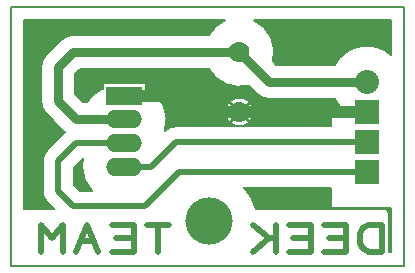
<source format=gbr>
G04 DesignSpark PCB Gerber Version 10.0 Build 5299*
G04 #@! TF.Part,Single*
G04 #@! TF.FileFunction,Copper,L1,Bot*
G04 #@! TF.FilePolarity,Positive*
%FSLAX35Y35*%
%MOIN*%
G04 #@! TA.AperFunction,ComponentPad*
%ADD70R,0.07874X0.07874*%
G04 #@! TD.AperFunction*
%ADD10C,0.00500*%
%ADD11C,0.01000*%
%ADD16C,0.01969*%
%ADD14C,0.02000*%
%ADD13C,0.03000*%
%ADD12C,0.04000*%
G04 #@! TA.AperFunction,ComponentPad*
%ADD71C,0.07000*%
%ADD19C,0.08000*%
G04 #@! TA.AperFunction,WasherPad*
%ADD15C,0.15748*%
G04 #@! TA.AperFunction,ComponentPad*
%ADD18O,0.12000X0.06000*%
%ADD17R,0.12000X0.06000*%
G04 #@! TD.AperFunction*
X0Y0D02*
D02*
D10*
X24000Y26500D02*
X155250D01*
Y112750D01*
X24000D01*
Y26500D01*
X28437Y108313D02*
Y45388D01*
G75*
G02*
X28656Y45407I219J-1231D01*
G01*
X38426D01*
X36191Y47643D01*
G75*
G02*
X34669Y51313I3665J3670D01*
G01*
Y61313D01*
G75*
G02*
X36191Y64983I5187J0D01*
G01*
X42176Y70969D01*
G75*
G02*
X41898Y71229I3744J4284D01*
G01*
X35835Y77292D01*
G75*
G02*
X34169Y81313I4021J4021D01*
G01*
Y92750D01*
G75*
G02*
X35835Y96771I5687J0D01*
G01*
X40835Y101771D01*
G75*
G02*
X44860Y103437I4021J-4021D01*
G01*
X90112D01*
G75*
G02*
X95398Y108313I10138J-5687D01*
G01*
X28437D01*
G36*
X28437Y108313D02*
Y45388D01*
G75*
G02*
X28656Y45407I219J-1231D01*
G01*
X38426D01*
X36191Y47643D01*
G75*
G02*
X34669Y51313I3665J3670D01*
G01*
Y61313D01*
G75*
G02*
X36191Y64983I5187J0D01*
G01*
X42176Y70969D01*
G75*
G02*
X41898Y71229I3744J4284D01*
G01*
X35835Y77292D01*
G75*
G02*
X34169Y81313I4021J4021D01*
G01*
Y92750D01*
G75*
G02*
X35835Y96771I5687J0D01*
G01*
X40835Y101771D01*
G75*
G02*
X44860Y103437I4021J-4021D01*
G01*
X90112D01*
G75*
G02*
X95398Y108313I10138J-5687D01*
G01*
X28437D01*
G37*
X45043Y59165D02*
Y53461D01*
X47005Y51500D01*
X51167D01*
G75*
G02*
X47770Y59502I7728J8002D01*
G01*
G75*
G02*
X48099Y62189I11125J-1D01*
G01*
X48068D01*
X45043Y59165D01*
G36*
X45043Y59165D02*
Y53461D01*
X47005Y51500D01*
X51167D01*
G75*
G02*
X47770Y59502I7728J8002D01*
G01*
G75*
G02*
X48099Y62189I11125J-1D01*
G01*
X48068D01*
X45043Y59165D01*
G37*
X45543Y90394D02*
Y83669D01*
X48275Y80937D01*
X49333D01*
G75*
G02*
X54644Y85530I9560J-5687D01*
G01*
Y87374D01*
X69144D01*
Y85530D01*
G75*
G02*
X75339Y71425I-4250J-10280D01*
G01*
G75*
G02*
X79000Y72937I3661J-3675D01*
G01*
X130689D01*
Y79811D01*
X133587D01*
G75*
G02*
X132043Y82063I9164J7939D01*
G01*
X110254D01*
G75*
G02*
X106229Y83729I-4J5687D01*
G01*
X103397Y86560D01*
G75*
G02*
X90112Y92063I-3147J11190D01*
G01*
X47212D01*
X45543Y90394D01*
X95500Y77750D02*
G75*
G02*
X105000I4750J0D01*
G01*
G75*
G02*
X95500I-4750J0D01*
G01*
X75428Y71675D02*
G36*
X75428Y71675D02*
X75609D01*
G75*
G02*
X79000Y72937I3391J-3925D01*
G01*
X130689D01*
Y77750D01*
X105000D01*
G75*
G02*
X95500I-4750J0D01*
G01*
X75733D01*
G75*
G02*
X76018Y75250I-10841J-2500D01*
G01*
G75*
G02*
X75428Y71675I-11124J0D01*
G01*
G37*
X45793Y90644D02*
G36*
X45793Y90644D02*
Y83419D01*
X48275Y80937D01*
X49333D01*
G75*
G02*
X54644Y85530I9559J-5685D01*
G01*
Y87374D01*
X69144D01*
Y85530D01*
G75*
G02*
X75733Y77750I-4250J-10280D01*
G01*
X95500D01*
G75*
G02*
X105000I4750J0D01*
G01*
X130689D01*
Y79811D01*
X133337D01*
Y80109D01*
G75*
G02*
X132043Y82063I9431J7652D01*
G01*
X110254D01*
G75*
G02*
X106229Y83729I-3J5689D01*
G01*
X103397Y86560D01*
G75*
G02*
X90257Y91813I-3147J11190D01*
G01*
X46962D01*
X45793Y90644D01*
G37*
X101806Y52563D02*
G75*
G02*
X105763Y45407I-11557J-11063D01*
G01*
X148734D01*
G75*
G02*
X149984Y44157I0J-1250D01*
G01*
Y30937D01*
X150813D01*
Y45689D01*
X130689D01*
Y52563D01*
X101806D01*
G36*
X101806Y52563D02*
G75*
G02*
X105763Y45407I-11557J-11063D01*
G01*
X148734D01*
G75*
G02*
X149984Y44157I0J-1250D01*
G01*
Y30937D01*
X150813D01*
Y45689D01*
X130689D01*
Y52563D01*
X101806D01*
G37*
X105102Y108313D02*
G75*
G02*
X111440Y94603I-4853J-10563D01*
G01*
X112606Y93437D01*
X132043D01*
G75*
G02*
X150813Y96804I10707J-5687D01*
G01*
Y108313D01*
X105102D01*
G36*
X105102Y108313D02*
G75*
G02*
X111440Y94603I-4853J-10563D01*
G01*
X112606Y93437D01*
X132043D01*
G75*
G02*
X150813Y96804I10707J-5687D01*
G01*
Y108313D01*
X105102D01*
G37*
D02*
D11*
X98129Y75629D02*
X96715Y74215D01*
X98129Y79871D02*
X96715Y81285D01*
X102371Y75629D02*
X103785Y74215D01*
X102371Y79871D02*
X103785Y81285D01*
D02*
D12*
X61894Y83124D02*
X76500D01*
X81874Y77750D01*
X100250D01*
X142750D01*
D02*
D13*
X61894Y75250D02*
X45919D01*
X39856Y81313D01*
Y92750D01*
X44856Y97750D01*
X100250D01*
X110250Y87750D01*
X142750D01*
D02*
D14*
X61894Y59502D02*
X70752D01*
X79000Y67750D01*
X142750D01*
X61894Y67376D02*
X45919D01*
X39856Y61313D01*
Y51313D01*
X44856Y46313D01*
X68813D01*
X80250Y57750D01*
X142750D01*
D02*
D15*
X90250Y41500D03*
D02*
D16*
X147750Y31215D02*
Y40073D01*
X143321D01*
X141844Y39335D01*
X141106Y38596D01*
X140368Y37120D01*
Y34167D01*
X141106Y32691D01*
X141844Y31953D01*
X143321Y31215D01*
X147750D01*
X135939D02*
Y40073D01*
X128557D01*
X130033Y35644D02*
X135939D01*
Y31215D02*
X128557D01*
X124128D02*
Y40073D01*
X116746D01*
X118222Y35644D02*
X124128D01*
Y31215D02*
X116746D01*
X112317D02*
Y40073D01*
Y35644D02*
X110102D01*
X104935Y40073D01*
X110102Y35644D02*
X104935Y31215D01*
X73193D02*
Y40073D01*
X76884D02*
X69502D01*
X65073Y31215D02*
Y40073D01*
X57691D01*
X59167Y35644D02*
X65073D01*
Y31215D02*
X57691D01*
X53262D02*
X49571Y40073D01*
X45880Y31215D01*
X51785Y34906D02*
X47356D01*
X41451Y31215D02*
Y40073D01*
X37760Y35644D01*
X34069Y40073D01*
Y31215D01*
D02*
D17*
X61894Y83124D03*
D02*
D18*
Y59502D03*
Y67376D03*
Y75250D03*
D02*
D19*
X142750Y87750D03*
D02*
D70*
Y57750D03*
Y67750D03*
Y77750D03*
D02*
D71*
X100250D03*
Y97750D03*
X0Y0D02*
M02*

</source>
